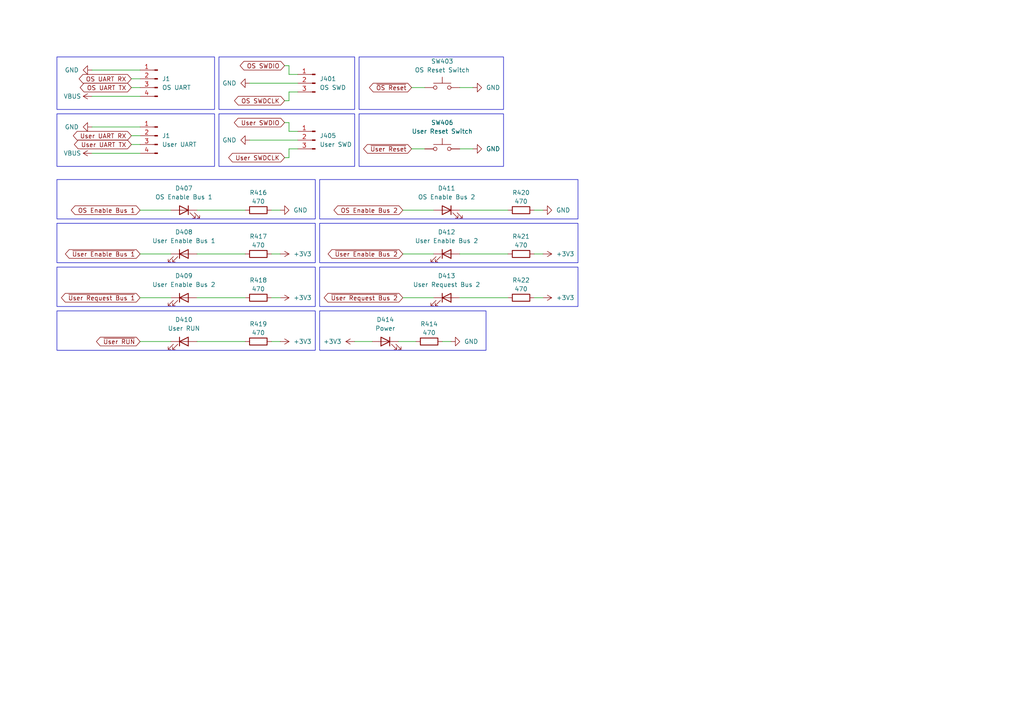
<source format=kicad_sch>
(kicad_sch (version 20230121) (generator eeschema)
  (paper "A4")
  (lib_symbols
    (symbol "Connector:Conn_01x03_Pin" (pin_names (offset 1.016) hide)
      (property "Reference" "J" (at 0 5.08 0))
      (property "Value" "Conn_01x03_Pin" (at 0 -5.08 0))
      (symbol "Conn_01x03_Pin_1_1"
        (polyline (pts (xy 1.27 -2.54) (xy 0.8636 -2.54)) (stroke (width 0.1524)))
        (polyline (pts (xy 1.27 0) (xy 0.8636 0)) (stroke (width 0.1524)))
        (polyline (pts (xy 1.27 2.54) (xy 0.8636 2.54)) (stroke (width 0.1524)))
        (rectangle (start 0.8636 -2.413) (end 0 -2.667) (stroke (width 0.1524)) (fill (type outline)))
        (rectangle (start 0.8636 0.127) (end 0 -0.127) (stroke (width 0.1524)) (fill (type outline)))
        (rectangle (start 0.8636 2.667) (end 0 2.413) (stroke (width 0.1524)) (fill (type outline)))
        (pin passive line (at 5.08 2.54 180) (length 3.81) (name "Pin_1") (number "1"))
        (pin passive line (at 5.08 0 180) (length 3.81) (name "Pin_2") (number "2"))
        (pin passive line (at 5.08 -2.54 180) (length 3.81) (name "Pin_3") (number "3"))
      )
    )
    (symbol "Connector:Conn_01x04_Male" (pin_names (offset 1.016) hide)
      (property "Reference" "J" (at 0 5.08 0))
      (property "Value" "Conn_01x04_Male" (at 0 -7.62 0))
      (symbol "Conn_01x04_Male_1_1"
        (polyline (pts (xy 1.27 -5.08) (xy 0.8636 -5.08)) (stroke (width 0.1524)))
        (polyline (pts (xy 1.27 -2.54) (xy 0.8636 -2.54)) (stroke (width 0.1524)))
        (polyline (pts (xy 1.27 0) (xy 0.8636 0)) (stroke (width 0.1524)))
        (polyline (pts (xy 1.27 2.54) (xy 0.8636 2.54)) (stroke (width 0.1524)))
        (rectangle (start 0.8636 -4.953) (end 0 -5.207) (stroke (width 0.1524)) (fill (type outline)))
        (rectangle (start 0.8636 -2.413) (end 0 -2.667) (stroke (width 0.1524)) (fill (type outline)))
        (rectangle (start 0.8636 0.127) (end 0 -0.127) (stroke (width 0.1524)) (fill (type outline)))
        (rectangle (start 0.8636 2.667) (end 0 2.413) (stroke (width 0.1524)) (fill (type outline)))
        (pin passive line (at 5.08 2.54 180) (length 3.81) (name "Pin_1") (number "1"))
        (pin passive line (at 5.08 0 180) (length 3.81) (name "Pin_2") (number "2"))
        (pin passive line (at 5.08 -2.54 180) (length 3.81) (name "Pin_3") (number "3"))
        (pin passive line (at 5.08 -5.08 180) (length 3.81) (name "Pin_4") (number "4"))
      )
    )
    (symbol "Device:LED" (pin_numbers hide) (pin_names (offset 1.016) hide)
      (property "Reference" "D" (at 0 2.54 0))
      (property "Value" "LED" (at 0 -2.54 0))
      (symbol "LED_0_1"
        (polyline (pts (xy -1.27 -1.27) (xy -1.27 1.27)) (stroke (width 0.254)))
        (polyline (pts (xy -1.27 0) (xy 1.27 0)))
        (polyline (pts (xy 1.27 -1.27) (xy 1.27 1.27) (xy -1.27 0) (xy 1.27 -1.27)) (stroke (width 0.254)))
        (polyline (pts (xy -3.048 -0.762) (xy -4.572 -2.286) (xy -3.81 -2.286) (xy -4.572 -2.286) (xy -4.572 -1.524)))
        (polyline (pts (xy -1.778 -0.762) (xy -3.302 -2.286) (xy -2.54 -2.286) (xy -3.302 -2.286) (xy -3.302 -1.524)))
      )
      (symbol "LED_1_1"
        (pin passive line (at -3.81 0 0) (length 2.54) (name "K") (number "1"))
        (pin passive line (at 3.81 0 180) (length 2.54) (name "A") (number "2"))
      )
    )
    (symbol "Device:R" (pin_numbers hide) (pin_names (offset 0))
      (property "Reference" "R" (at 2.032 0 90))
      (property "Value" "R" (at 0 0 90))
      (symbol "R_0_1"
        (rectangle (start -1.016 -2.54) (end 1.016 2.54) (stroke (width 0.254)))
      )
      (symbol "R_1_1"
        (pin passive line (at 0 3.81 270) (length 1.27) (name "~") (number "1"))
        (pin passive line (at 0 -3.81 90) (length 1.27) (name "~") (number "2"))
      )
    )
    (symbol "GND_1" (power) (pin_names (offset 0))
      (property "Value" "GND_1" (at 0 -3.81 0))
      (symbol "GND_1_0_1"
        (polyline (pts (xy 0 0) (xy 0 -1.27) (xy 1.27 -1.27) (xy 0 -2.54) (xy -1.27 -1.27) (xy 0 -1.27)))
      )
      (symbol "GND_1_1_1"
        (pin power_in line (at 0 0 270) (length 0) hide (name "GND") (number "1"))
      )
    )
    (symbol "Switch:SW_Push" (pin_numbers hide) (pin_names (offset 1.016) hide)
      (property "Reference" "SW" (at 1.27 2.54 0))
      (property "Value" "SW_Push" (at 0 -1.524 0))
      (symbol "SW_Push_0_1"
        (circle (center -2.032 0) (radius 0.508))
        (polyline (pts (xy 0 1.27) (xy 0 3.048)))
        (polyline (pts (xy 2.54 1.27) (xy -2.54 1.27)))
        (circle (center 2.032 0) (radius 0.508))
        (pin passive line (at -5.08 0 0) (length 2.54) (name "1") (number "1"))
        (pin passive line (at 5.08 0 180) (length 2.54) (name "2") (number "2"))
      )
    )
    (symbol "power:+3V3" (power) (pin_names (offset 0))
      (property "Value" "+3V3" (at 0 3.556 0))
      (symbol "+3V3_0_1"
        (polyline (pts (xy -0.762 1.27) (xy 0 2.54)))
        (polyline (pts (xy 0 0) (xy 0 2.54)))
        (polyline (pts (xy 0 2.54) (xy 0.762 1.27)))
      )
      (symbol "+3V3_1_1"
        (pin power_in line (at 0 0 90) (length 0) hide (name "+3V3") (number "1"))
      )
    )
    (symbol "power:GND" (power) (pin_names (offset 0))
      (property "Value" "GND" (at 0 -3.81 0))
      (symbol "GND_0_1"
        (polyline (pts (xy 0 0) (xy 0 -1.27) (xy 1.27 -1.27) (xy 0 -2.54) (xy -1.27 -1.27) (xy 0 -1.27)))
      )
      (symbol "GND_1_1"
        (pin power_in line (at 0 0 270) (length 0) hide (name "GND") (number "1"))
      )
    )
    (symbol "power:VBUS" (power) (pin_names (offset 0))
      (property "Value" "VBUS" (at 0 3.81 0))
      (symbol "VBUS_0_1"
        (polyline (pts (xy -0.762 1.27) (xy 0 2.54)))
        (polyline (pts (xy 0 0) (xy 0 2.54)))
        (polyline (pts (xy 0 2.54) (xy 0.762 1.27)))
      )
      (symbol "VBUS_1_1"
        (pin power_in line (at 0 0 90) (length 0) hide (name "VBUS") (number "1"))
      )
    )
  )
  (wire (pts (xy 137.16 25.4) (xy 133.35 25.4)))
  (wire (pts (xy 83.82 26.67) (xy 86.36 26.67)))
  (wire (pts (xy 38.1 25.4) (xy 40.64 25.4)))
  (wire (pts (xy 83.82 45.72) (xy 83.82 43.18)))
  (wire (pts (xy 82.55 35.56) (xy 83.82 35.56)))
  (wire (pts (xy 38.1 22.86) (xy 40.64 22.86)))
  (wire (pts (xy 157.48 86.36) (xy 154.94 86.36)))
  (wire (pts (xy 130.81 99.06) (xy 128.27 99.06)))
  (wire (pts (xy 72.39 24.13) (xy 86.36 24.13)))
  (wire (pts (xy 81.28 60.96) (xy 78.74 60.96)))
  (wire (pts (xy 147.32 60.96) (xy 133.35 60.96)))
  (wire (pts (xy 137.16 43.18) (xy 133.35 43.18)))
  (wire (pts (xy 81.28 86.36) (xy 78.74 86.36)))
  (wire (pts (xy 83.82 21.59) (xy 86.36 21.59)))
  (wire (pts (xy 38.1 39.37) (xy 40.64 39.37)))
  (wire (pts (xy 116.84 73.66) (xy 125.73 73.66)))
  (wire (pts (xy 116.84 60.96) (xy 125.73 60.96)))
  (wire (pts (xy 71.12 73.66) (xy 57.15 73.66)))
  (wire (pts (xy 26.67 36.83) (xy 40.64 36.83)))
  (wire (pts (xy 26.67 44.45) (xy 40.64 44.45)))
  (wire (pts (xy 83.82 38.1) (xy 86.36 38.1)))
  (wire (pts (xy 71.12 86.36) (xy 57.15 86.36)))
  (wire (pts (xy 26.67 27.94) (xy 40.64 27.94)))
  (wire (pts (xy 71.12 60.96) (xy 57.15 60.96)))
  (wire (pts (xy 82.55 19.05) (xy 83.82 19.05)))
  (wire (pts (xy 83.82 35.56) (xy 83.82 38.1)))
  (wire (pts (xy 49.53 86.36) (xy 40.64 86.36)))
  (wire (pts (xy 120.65 99.06) (xy 115.57 99.06)))
  (wire (pts (xy 147.32 73.66) (xy 133.35 73.66)))
  (wire (pts (xy 49.53 60.96) (xy 40.64 60.96)))
  (wire (pts (xy 72.39 40.64) (xy 86.36 40.64)))
  (wire (pts (xy 81.28 73.66) (xy 78.74 73.66)))
  (wire (pts (xy 83.82 19.05) (xy 83.82 21.59)))
  (wire (pts (xy 38.1 41.91) (xy 40.64 41.91)))
  (wire (pts (xy 123.19 25.4) (xy 119.38 25.4)))
  (wire (pts (xy 82.55 45.72) (xy 83.82 45.72)))
  (wire (pts (xy 107.95 99.06) (xy 102.87 99.06)))
  (wire (pts (xy 78.74 99.06) (xy 81.28 99.06)))
  (wire (pts (xy 49.53 99.06) (xy 40.64 99.06)))
  (wire (pts (xy 71.12 99.06) (xy 57.15 99.06)))
  (wire (pts (xy 83.82 29.21) (xy 83.82 26.67)))
  (wire (pts (xy 147.32 86.36) (xy 133.35 86.36)))
  (wire (pts (xy 157.48 60.96) (xy 154.94 60.96)))
  (wire (pts (xy 49.53 73.66) (xy 40.64 73.66)))
  (wire (pts (xy 123.19 43.18) (xy 119.38 43.18)))
  (wire (pts (xy 157.48 73.66) (xy 154.94 73.66)))
  (wire (pts (xy 26.67 20.32) (xy 40.64 20.32)))
  (wire (pts (xy 82.55 29.21) (xy 83.82 29.21)))
  (wire (pts (xy 116.84 86.36) (xy 125.73 86.36)))
  (wire (pts (xy 83.82 43.18) (xy 86.36 43.18)))
  (rectangle (start 16.51 90.17) (end 91.44 101.6))
  (rectangle (start 16.51 52.07) (end 91.44 63.5))
  (rectangle (start 16.51 16.51) (end 62.23 31.75))
  (rectangle (start 16.51 33.02) (end 62.23 48.26))
  (rectangle (start 104.14 16.51) (end 146.05 31.75))
  (rectangle (start 92.71 77.47) (end 167.64 88.9))
  (rectangle (start 16.51 77.47) (end 91.44 88.9))
  (rectangle (start 104.14 33.02) (end 146.05 48.26))
  (rectangle (start 63.5 16.51) (end 102.87 31.75))
  (rectangle (start 16.51 64.77) (end 91.44 76.2))
  (rectangle (start 92.71 90.17) (end 140.97 101.6))
  (rectangle (start 92.71 52.07) (end 167.64 63.5))
  (rectangle (start 92.71 64.77) (end 167.64 76.2))
  (rectangle (start 63.5 33.02) (end 102.87 48.26))
  (global_label "User UART RX" (shape bidirectional) (at 38.1 39.37 180) (property "Intersheetrefs" "${INTERSHEET_REFS}" (effects hide)))
  (global_label "~{User Request Bus 2}" (shape bidirectional) (at 116.84 86.36 180) (property "Intersheetrefs" "${INTERSHEET_REFS}" (effects hide)))
  (global_label "OS Enable Bus 1" (shape bidirectional) (at 40.64 60.96 180) (property "Intersheetrefs" "${INTERSHEET_REFS}" (effects hide)))
  (global_label "OS UART TX" (shape bidirectional) (at 38.1 25.4 180) (property "Intersheetrefs" "${INTERSHEET_REFS}" (effects hide)))
  (global_label "~{User Enable Bus 2}" (shape bidirectional) (at 116.84 73.66 180) (property "Intersheetrefs" "${INTERSHEET_REFS}" (effects hide)))
  (global_label "~{User Request Bus 1}" (shape bidirectional) (at 40.64 86.36 180) (property "Intersheetrefs" "${INTERSHEET_REFS}" (effects hide)))
  (global_label "~{User Enable Bus 1}" (shape bidirectional) (at 40.64 73.66 180) (property "Intersheetrefs" "${INTERSHEET_REFS}" (effects hide)))
  (global_label "User SWDIO" (shape bidirectional) (at 82.55 35.56 180) (property "Intersheetrefs" "${INTERSHEET_REFS}" (effects hide)))
  (global_label "~{User Reset}" (shape bidirectional) (at 119.38 43.18 180) (property "Intersheetrefs" "${INTERSHEET_REFS}" (effects hide)))
  (global_label "User UART TX" (shape bidirectional) (at 38.1 41.91 180) (property "Intersheetrefs" "${INTERSHEET_REFS}" (effects hide)))
  (global_label "~{User RUN}" (shape bidirectional) (at 40.64 99.06 180) (property "Intersheetrefs" "${INTERSHEET_REFS}" (effects hide)))
  (global_label "OS SWDIO" (shape bidirectional) (at 82.55 19.05 180) (property "Intersheetrefs" "${INTERSHEET_REFS}" (effects hide)))
  (global_label "OS UART RX" (shape bidirectional) (at 38.1 22.86 180) (property "Intersheetrefs" "${INTERSHEET_REFS}" (effects hide)))
  (global_label "OS SWDCLK" (shape bidirectional) (at 82.55 29.21 180) (property "Intersheetrefs" "${INTERSHEET_REFS}" (effects hide)))
  (global_label "OS Enable Bus 2" (shape bidirectional) (at 116.84 60.96 180) (property "Intersheetrefs" "${INTERSHEET_REFS}" (effects hide)))
  (global_label "~{OS Reset}" (shape bidirectional) (at 119.38 25.4 180) (property "Intersheetrefs" "${INTERSHEET_REFS}" (effects hide)))
  (global_label "User SWDCLK" (shape bidirectional) (at 82.55 45.72 180) (property "Intersheetrefs" "${INTERSHEET_REFS}" (effects hide)))
  (symbol (lib_id "power:+3V3") (at 81.28 73.66 270) (unit 1)
    (property "Reference" "#PWR056" (effects hide))
    (property "Value" "+3V3" (at 85.09 73.66 90) (effects (justify left)))
  )
  (symbol (lib_id "Device:R") (at 151.13 73.66 90) (unit 1)
    (property "Reference" "R421" (at 151.13 68.58 90))
    (property "Value" "470" (at 151.13 71.12 90))
    (property "Footprint" "Resistor_SMD:R_0805_2012Metric" (effects hide))
  )
  (symbol (lib_id "Device:R") (at 74.93 73.66 90) (unit 1)
    (property "Reference" "R417" (at 74.93 68.58 90))
    (property "Value" "470" (at 74.93 71.12 90))
    (property "Footprint" "Resistor_SMD:R_0805_2012Metric" (effects hide))
  )
  (symbol (lib_id "Device:R") (at 74.93 86.36 90) (unit 1)
    (property "Reference" "R418" (at 74.93 81.28 90))
    (property "Value" "470" (at 74.93 83.82 90))
    (property "Footprint" "Resistor_SMD:R_0805_2012Metric" (effects hide))
  )
  (symbol (lib_id "Device:LED") (at 129.54 60.96 0) (mirror y) (unit 1)
    (property "Reference" "D411" (at 129.54 54.61 0))
    (property "Value" "OS Enable Bus 2" (at 129.54 57.15 0))
    (property "Footprint" "LED_THT:LED_D5.0mm" (effects hide))
  )
  (symbol (lib_id "power:GND") (at 72.39 40.64 270) (unit 1)
    (property "Reference" "#PWR0109" (effects hide))
    (property "Value" "GND" (at 68.58 40.64 90) (effects (justify right)))
    (instances (project "DevkitHotswapPicoHub" (path "" (reference "#PWR0109") (unit 1)) (path "" (reference "#PWR048") (unit 1))))
  )
  (symbol (lib_id "Device:LED") (at 129.54 86.36 0) (unit 1)
    (property "Reference" "D413" (at 129.54 80.01 0))
    (property "Value" "User Request Bus 2" (at 129.54 82.55 0))
    (property "Footprint" "LED_THT:LED_D5.0mm" (effects hide))
  )
  (symbol (lib_id "Device:LED") (at 129.54 73.66 0) (unit 1)
    (property "Reference" "D412" (at 129.54 67.31 0))
    (property "Value" "User Enable Bus 2" (at 129.54 69.85 0))
    (property "Footprint" "LED_THT:LED_D5.0mm" (effects hide))
  )
  (symbol (lib_id "Device:LED") (at 53.34 99.06 0) (unit 1)
    (property "Reference" "D410" (at 53.34 92.71 0))
    (property "Value" "User RUN" (at 53.34 95.25 0))
    (property "Footprint" "LED_THT:LED_D5.0mm" (effects hide))
  )
  (symbol (lib_name "GND_1") (lib_id "power:GND") (at 137.16 43.18 90) (unit 1)
    (property "Reference" "#PWR076" (effects hide))
    (property "Value" "GND" (at 140.97 43.18 90) (effects (justify right)))
  )
  (symbol (lib_id "power:VBUS") (at 26.67 27.94 90) (unit 1)
    (property "Reference" "#PWR0108" (effects hide))
    (property "Value" "VBUS" (at 18.415 27.94 90) (effects (justify right)))
    (instances (project "DevkitHotswapPicoHub" (path "" (reference "#PWR0108") (unit 1)) (path "" (reference "#PWR018") (unit 1))))
  )
  (symbol (lib_id "Device:R") (at 151.13 60.96 90) (unit 1)
    (property "Reference" "R420" (at 151.13 55.88 90))
    (property "Value" "470" (at 151.13 58.42 90))
    (property "Footprint" "Resistor_SMD:R_0805_2012Metric" (effects hide))
  )
  (symbol (lib_id "Device:R") (at 74.93 60.96 90) (unit 1)
    (property "Reference" "R416" (at 74.93 55.88 90))
    (property "Value" "470" (at 74.93 58.42 90))
    (property "Footprint" "Resistor_SMD:R_0805_2012Metric" (effects hide))
  )
  (symbol (lib_id "Device:LED") (at 53.34 73.66 0) (unit 1)
    (property "Reference" "D408" (at 53.34 67.31 0))
    (property "Value" "User Enable Bus 1" (at 53.34 69.85 0))
    (property "Footprint" "LED_THT:LED_D5.0mm" (effects hide))
  )
  (symbol (lib_id "power:GND") (at 26.67 36.83 270) (unit 1)
    (property "Reference" "#PWR0109" (effects hide))
    (property "Value" "GND" (at 22.86 36.8299 90) (effects (justify right)))
    (instances (project "DevkitHotswapPicoHub" (path "" (reference "#PWR0109") (unit 1)) (path "" (reference "#PWR045") (unit 1))))
  )
  (symbol (lib_id "Device:R") (at 151.13 86.36 90) (unit 1)
    (property "Reference" "R422" (at 151.13 81.28 90))
    (property "Value" "470" (at 151.13 83.82 90))
    (property "Footprint" "Resistor_SMD:R_0805_2012Metric" (effects hide))
  )
  (symbol (lib_id "power:+3V3") (at 102.87 99.06 90) (mirror x) (unit 1)
    (property "Reference" "#PWR061" (effects hide))
    (property "Value" "+3V3" (at 99.06 99.06 90) (effects (justify left)))
  )
  (symbol (lib_id "power:GND") (at 72.39 24.13 270) (unit 1)
    (property "Reference" "#PWR0109" (effects hide))
    (property "Value" "GND" (at 68.58 24.13 90) (effects (justify right)))
    (instances (project "DevkitHotswapPicoHub" (path "" (reference "#PWR0109") (unit 1)) (path "" (reference "#PWR047") (unit 1))))
  )
  (symbol (lib_id "power:GND") (at 26.67 20.32 270) (unit 1)
    (property "Reference" "#PWR0109" (effects hide))
    (property "Value" "GND" (at 22.86 20.3199 90) (effects (justify right)))
    (instances (project "DevkitHotswapPicoHub" (path "" (reference "#PWR0109") (unit 1)) (path "" (reference "#PWR017") (unit 1))))
  )
  (symbol (lib_id "Connector:Conn_01x04_Male") (at 45.72 22.86 0) (mirror y) (unit 1)
    (property "Reference" "J1" (at 46.99 22.86 0) (effects (justify right)))
    (property "Value" "OS UART" (at 46.99 25.4 0) (effects (justify right)))
    (property "Footprint" "Connector_PinHeader_2.54mm:PinHeader_1x04_P2.54mm_Vertical" (effects hide))
    (instances (project "DevkitHotswapPicoHub" (path "" (reference "J1") (unit 1)) (path "" (reference "J400") (unit 1))))
  )
  (symbol (lib_id "Connector:Conn_01x04_Male") (at 45.72 39.37 0) (mirror y) (unit 1)
    (property "Reference" "J1" (at 46.99 39.37 0) (effects (justify right)))
    (property "Value" "User UART" (at 46.99 41.91 0) (effects (justify right)))
    (property "Footprint" "Connector_PinHeader_2.54mm:PinHeader_1x04_P2.54mm_Vertical" (effects hide))
    (instances (project "DevkitHotswapPicoHub" (path "" (reference "J1") (unit 1)) (path "" (reference "J404") (unit 1))))
  )
  (symbol (lib_id "Switch:SW_Push") (at 128.27 25.4 0) (mirror y) (unit 1)
    (property "Reference" "SW403" (at 128.27 17.78 0))
    (property "Value" "OS Reset Switch" (at 128.27 20.32 0))
    (property "Footprint" "Button_Switch_THT:SW_PUSH-12mm" (effects hide))
  )
  (symbol (lib_id "Device:LED") (at 111.76 99.06 0) (mirror y) (unit 1)
    (property "Reference" "D414" (at 111.76 92.71 0))
    (property "Value" "Power" (at 111.76 95.25 0))
    (property "Footprint" "LED_THT:LED_D5.0mm" (effects hide))
  )
  (symbol (lib_name "GND_1") (lib_id "power:GND") (at 137.16 25.4 90) (unit 1)
    (property "Reference" "#PWR075" (effects hide))
    (property "Value" "GND" (at 140.97 25.4 90) (effects (justify right)))
  )
  (symbol (lib_id "power:+3V3") (at 81.28 86.36 270) (unit 1)
    (property "Reference" "#PWR057" (effects hide))
    (property "Value" "+3V3" (at 85.09 86.36 90) (effects (justify left)))
  )
  (symbol (lib_id "power:VBUS") (at 26.67 44.45 90) (unit 1)
    (property "Reference" "#PWR0108" (effects hide))
    (property "Value" "VBUS" (at 18.415 44.45 90) (effects (justify right)))
    (instances (project "DevkitHotswapPicoHub" (path "" (reference "#PWR0108") (unit 1)) (path "" (reference "#PWR046") (unit 1))))
  )
  (symbol (lib_id "Switch:SW_Push") (at 128.27 43.18 0) (unit 1)
    (property "Reference" "SW406" (at 128.27 35.56 0))
    (property "Value" "User Reset Switch" (at 128.27 38.1 0))
    (property "Footprint" "Button_Switch_THT:SW_PUSH-12mm" (effects hide))
  )
  (symbol (lib_id "Device:R") (at 74.93 99.06 90) (unit 1)
    (property "Reference" "R419" (at 74.93 93.98 90))
    (property "Value" "470" (at 74.93 96.52 90))
    (property "Footprint" "Resistor_SMD:R_0805_2012Metric" (effects hide))
  )
  (symbol (lib_id "Device:LED") (at 53.34 60.96 0) (mirror y) (unit 1)
    (property "Reference" "D407" (at 53.34 54.61 0))
    (property "Value" "OS Enable Bus 1" (at 53.34 57.15 0))
    (property "Footprint" "LED_THT:LED_D5.0mm" (effects hide))
  )
  (symbol (lib_id "power:GND") (at 81.28 60.96 90) (unit 1)
    (property "Reference" "#PWR0109" (effects hide))
    (property "Value" "GND" (at 85.09 60.96 90) (effects (justify right)))
    (instances (project "DevkitHotswapPicoHub" (path "" (reference "#PWR0109") (unit 1)) (path "" (reference "#PWR055") (unit 1))))
  )
  (symbol (lib_id "power:+3V3") (at 81.28 99.06 270) (unit 1)
    (property "Reference" "#PWR058" (effects hide))
    (property "Value" "+3V3" (at 85.09 99.06 90) (effects (justify left)))
  )
  (symbol (lib_id "Connector:Conn_01x03_Pin") (at 91.44 24.13 0) (mirror y) (unit 1)
    (property "Reference" "J401" (at 92.71 22.86 0) (effects (justify right)))
    (property "Value" "OS SWD" (at 92.71 25.4 0) (effects (justify right)))
    (property "Footprint" "Connector_PinSocket_2.54mm:PinSocket_1x03_P2.54mm_Vertical" (effects hide))
  )
  (symbol (lib_id "power:GND") (at 157.48 60.96 90) (unit 1)
    (property "Reference" "#PWR0109" (effects hide))
    (property "Value" "GND" (at 161.29 60.96 90) (effects (justify right)))
    (instances (project "DevkitHotswapPicoHub" (path "" (reference "#PWR0109") (unit 1)) (path "" (reference "#PWR059") (unit 1))))
  )
  (symbol (lib_id "power:GND") (at 130.81 99.06 90) (unit 1)
    (property "Reference" "#PWR0109" (effects hide))
    (property "Value" "GND" (at 134.62 99.06 90) (effects (justify right)))
    (instances (project "DevkitHotswapPicoHub" (path "" (reference "#PWR0109") (unit 1)) (path "" (reference "#PWR062") (unit 1))))
  )
  (symbol (lib_id "Connector:Conn_01x03_Pin") (at 91.44 40.64 0) (mirror y) (unit 1)
    (property "Reference" "J405" (at 92.71 39.37 0) (effects (justify right)))
    (property "Value" "User SWD" (at 92.71 41.91 0) (effects (justify right)))
    (property "Footprint" "Connector_PinSocket_2.54mm:PinSocket_1x03_P2.54mm_Vertical" (effects hide))
  )
  (symbol (lib_id "Device:LED") (at 53.34 86.36 0) (unit 1)
    (property "Reference" "D409" (at 53.34 80.01 0))
    (property "Value" "User Enable Bus 2" (at 53.34 82.55 0))
    (property "Footprint" "LED_THT:LED_D5.0mm" (effects hide))
  )
  (symbol (lib_id "Device:R") (at 124.46 99.06 90) (unit 1)
    (property "Reference" "R414" (at 124.46 93.98 90))
    (property "Value" "470" (at 124.46 96.52 90))
    (property "Footprint" "Resistor_SMD:R_0805_2012Metric" (effects hide))
  )
  (symbol (lib_id "power:+3V3") (at 157.48 73.66 270) (unit 1)
    (property "Reference" "#PWR067" (effects hide))
    (property "Value" "+3V3" (at 161.29 73.66 90) (effects (justify left)))
  )
  (symbol (lib_id "power:+3V3") (at 157.48 86.36 270) (unit 1)
    (property "Reference" "#PWR060" (effects hide))
    (property "Value" "+3V3" (at 161.29 86.36 90) (effects (justify left)))
  )
)
</source>
